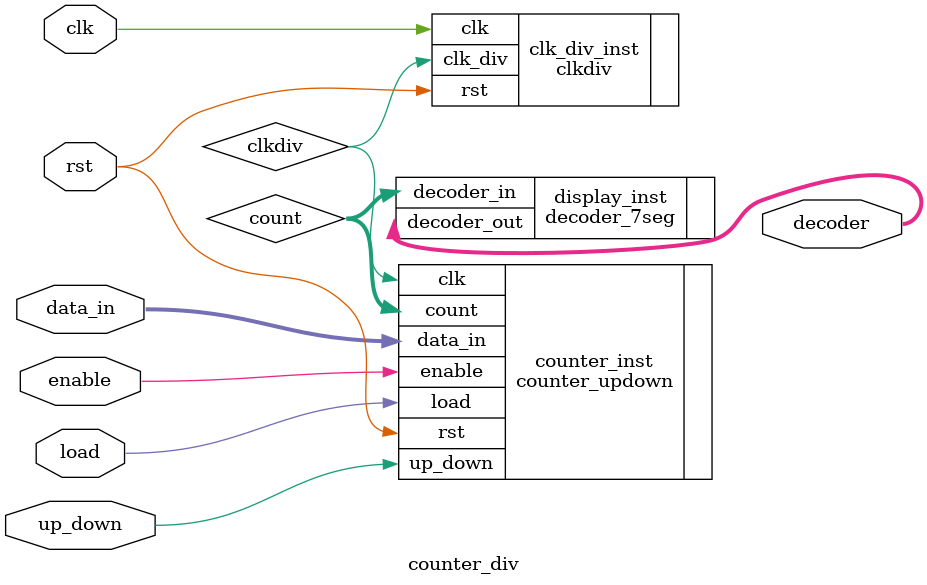
<source format=v>
module counter_div (
    input  clk,
    input  rst,
    input  up_down,
    input  load,
    input  enable,
    input  [3:0] data_in,
    output [6:0] decoder
);
    wire clkdiv;
    wire [3:0] count;
   
    clkdiv clk_div_inst (  
        .clk(clk),
        .rst(rst),
        .clk_div(clkdiv)
    );

    
    counter_updown counter_inst (
        .clk(clkdiv),
        .rst(rst),
        .enable(enable),        
        .up_down(up_down),
        .load(load),
        .data_in(data_in),      
        .count(count)
    );
	 
    decoder_7seg display_inst (
        .decoder_in(count),
        .decoder_out(decoder)
    );
endmodule
</source>
